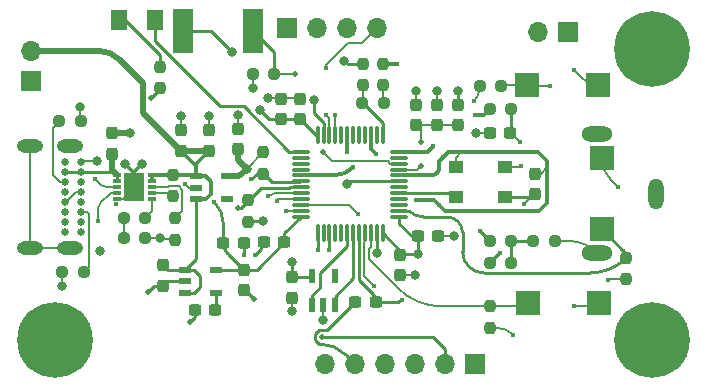
<source format=gtl>
G04 #@! TF.GenerationSoftware,KiCad,Pcbnew,(6.0.2-0)*
G04 #@! TF.CreationDate,2022-02-13T15:07:21-08:00*
G04 #@! TF.ProjectId,TimTime,54696d54-696d-4652-9e6b-696361645f70,rev?*
G04 #@! TF.SameCoordinates,Original*
G04 #@! TF.FileFunction,Copper,L1,Top*
G04 #@! TF.FilePolarity,Positive*
%FSLAX46Y46*%
G04 Gerber Fmt 4.6, Leading zero omitted, Abs format (unit mm)*
G04 Created by KiCad (PCBNEW (6.0.2-0)) date 2022-02-13 15:07:21*
%MOMM*%
%LPD*%
G01*
G04 APERTURE LIST*
G04 Aperture macros list*
%AMRoundRect*
0 Rectangle with rounded corners*
0 $1 Rounding radius*
0 $2 $3 $4 $5 $6 $7 $8 $9 X,Y pos of 4 corners*
0 Add a 4 corners polygon primitive as box body*
4,1,4,$2,$3,$4,$5,$6,$7,$8,$9,$2,$3,0*
0 Add four circle primitives for the rounded corners*
1,1,$1+$1,$2,$3*
1,1,$1+$1,$4,$5*
1,1,$1+$1,$6,$7*
1,1,$1+$1,$8,$9*
0 Add four rect primitives between the rounded corners*
20,1,$1+$1,$2,$3,$4,$5,0*
20,1,$1+$1,$4,$5,$6,$7,0*
20,1,$1+$1,$6,$7,$8,$9,0*
20,1,$1+$1,$8,$9,$2,$3,0*%
G04 Aperture macros list end*
G04 #@! TA.AperFunction,SMDPad,CuDef*
%ADD10R,1.200000X1.000000*%
G04 #@! TD*
G04 #@! TA.AperFunction,SMDPad,CuDef*
%ADD11RoundRect,0.237500X0.237500X-0.300000X0.237500X0.300000X-0.237500X0.300000X-0.237500X-0.300000X0*%
G04 #@! TD*
G04 #@! TA.AperFunction,SMDPad,CuDef*
%ADD12RoundRect,0.237500X0.300000X0.237500X-0.300000X0.237500X-0.300000X-0.237500X0.300000X-0.237500X0*%
G04 #@! TD*
G04 #@! TA.AperFunction,SMDPad,CuDef*
%ADD13RoundRect,0.237500X-0.237500X0.300000X-0.237500X-0.300000X0.237500X-0.300000X0.237500X0.300000X0*%
G04 #@! TD*
G04 #@! TA.AperFunction,SMDPad,CuDef*
%ADD14RoundRect,0.237500X-0.300000X-0.237500X0.300000X-0.237500X0.300000X0.237500X-0.300000X0.237500X0*%
G04 #@! TD*
G04 #@! TA.AperFunction,SMDPad,CuDef*
%ADD15R,1.050000X0.550000*%
G04 #@! TD*
G04 #@! TA.AperFunction,SMDPad,CuDef*
%ADD16RoundRect,0.237500X0.250000X0.237500X-0.250000X0.237500X-0.250000X-0.237500X0.250000X-0.237500X0*%
G04 #@! TD*
G04 #@! TA.AperFunction,SMDPad,CuDef*
%ADD17RoundRect,0.237500X-0.250000X-0.237500X0.250000X-0.237500X0.250000X0.237500X-0.250000X0.237500X0*%
G04 #@! TD*
G04 #@! TA.AperFunction,SMDPad,CuDef*
%ADD18RoundRect,0.237500X-0.237500X0.250000X-0.237500X-0.250000X0.237500X-0.250000X0.237500X0.250000X0*%
G04 #@! TD*
G04 #@! TA.AperFunction,SMDPad,CuDef*
%ADD19RoundRect,0.237500X0.237500X-0.250000X0.237500X0.250000X-0.237500X0.250000X-0.237500X-0.250000X0*%
G04 #@! TD*
G04 #@! TA.AperFunction,SMDPad,CuDef*
%ADD20R,2.000000X2.000000*%
G04 #@! TD*
G04 #@! TA.AperFunction,SMDPad,CuDef*
%ADD21R,1.700000X3.700000*%
G04 #@! TD*
G04 #@! TA.AperFunction,ComponentPad*
%ADD22O,2.616000X1.308000*%
G04 #@! TD*
G04 #@! TA.AperFunction,ComponentPad*
%ADD23O,1.308000X2.616000*%
G04 #@! TD*
G04 #@! TA.AperFunction,SMDPad,CuDef*
%ADD24RoundRect,0.250001X-0.462499X-0.624999X0.462499X-0.624999X0.462499X0.624999X-0.462499X0.624999X0*%
G04 #@! TD*
G04 #@! TA.AperFunction,SMDPad,CuDef*
%ADD25R,0.800000X0.300000*%
G04 #@! TD*
G04 #@! TA.AperFunction,SMDPad,CuDef*
%ADD26R,1.750000X2.480000*%
G04 #@! TD*
G04 #@! TA.AperFunction,ComponentPad*
%ADD27C,0.650000*%
G04 #@! TD*
G04 #@! TA.AperFunction,ComponentPad*
%ADD28O,2.216000X1.108000*%
G04 #@! TD*
G04 #@! TA.AperFunction,ComponentPad*
%ADD29R,1.700000X1.700000*%
G04 #@! TD*
G04 #@! TA.AperFunction,ComponentPad*
%ADD30O,1.700000X1.700000*%
G04 #@! TD*
G04 #@! TA.AperFunction,SMDPad,CuDef*
%ADD31RoundRect,0.237500X0.237500X-0.287500X0.237500X0.287500X-0.237500X0.287500X-0.237500X-0.287500X0*%
G04 #@! TD*
G04 #@! TA.AperFunction,SMDPad,CuDef*
%ADD32RoundRect,0.075000X0.662500X0.075000X-0.662500X0.075000X-0.662500X-0.075000X0.662500X-0.075000X0*%
G04 #@! TD*
G04 #@! TA.AperFunction,SMDPad,CuDef*
%ADD33RoundRect,0.075000X0.075000X0.662500X-0.075000X0.662500X-0.075000X-0.662500X0.075000X-0.662500X0*%
G04 #@! TD*
G04 #@! TA.AperFunction,SMDPad,CuDef*
%ADD34R,0.590000X1.210000*%
G04 #@! TD*
G04 #@! TA.AperFunction,ComponentPad*
%ADD35C,0.800000*%
G04 #@! TD*
G04 #@! TA.AperFunction,ComponentPad*
%ADD36C,6.400000*%
G04 #@! TD*
G04 #@! TA.AperFunction,ViaPad*
%ADD37C,0.450000*%
G04 #@! TD*
G04 #@! TA.AperFunction,ViaPad*
%ADD38C,0.800000*%
G04 #@! TD*
G04 #@! TA.AperFunction,ViaPad*
%ADD39C,0.500000*%
G04 #@! TD*
G04 #@! TA.AperFunction,Conductor*
%ADD40C,0.200000*%
G04 #@! TD*
G04 #@! TA.AperFunction,Conductor*
%ADD41C,0.500000*%
G04 #@! TD*
G04 #@! TA.AperFunction,Conductor*
%ADD42C,0.300000*%
G04 #@! TD*
G04 #@! TA.AperFunction,Conductor*
%ADD43C,0.250000*%
G04 #@! TD*
G04 #@! TA.AperFunction,Conductor*
%ADD44C,0.127000*%
G04 #@! TD*
G04 APERTURE END LIST*
D10*
G04 #@! TO.P,Y1,1,AFC_OR_GND*
G04 #@! TO.N,Net-(C3-Pad1)*
X152273000Y-102937000D03*
G04 #@! TO.P,Y1,3,GND*
G04 #@! TO.N,GND*
X148113000Y-102937000D03*
G04 #@! TO.P,Y1,4,OUTPUT*
G04 #@! TO.N,TCXO*
X148113000Y-105537000D03*
G04 #@! TO.P,Y1,6,VCC*
G04 #@! TO.N,+2V8*
X152273000Y-105537000D03*
G04 #@! TD*
D11*
G04 #@! TO.P,C1,1*
G04 #@! TO.N,+2V8*
X154813000Y-105270500D03*
G04 #@! TO.P,C1,2*
G04 #@! TO.N,GND*
X154813000Y-103545500D03*
G04 #@! TD*
D12*
G04 #@! TO.P,C3,1*
G04 #@! TO.N,Net-(C3-Pad1)*
X152740500Y-100076000D03*
G04 #@! TO.P,C3,2*
G04 #@! TO.N,GND*
X151015500Y-100076000D03*
G04 #@! TD*
D11*
G04 #@! TO.P,C4,1*
G04 #@! TO.N,+2V8*
X134950200Y-98892500D03*
G04 #@! TO.P,C4,2*
G04 #@! TO.N,GND*
X134950200Y-97167500D03*
G04 #@! TD*
D12*
G04 #@! TO.P,C5,1*
G04 #@! TO.N,+3V3*
X133591500Y-109347000D03*
G04 #@! TO.P,C5,2*
G04 #@! TO.N,GND*
X131866500Y-109347000D03*
G04 #@! TD*
D11*
G04 #@! TO.P,C6,1*
G04 #@! TO.N,+2V8*
X133350000Y-98892500D03*
G04 #@! TO.P,C6,2*
G04 #@! TO.N,GND*
X133350000Y-97167500D03*
G04 #@! TD*
D13*
G04 #@! TO.P,C7,1*
G04 #@! TO.N,+2V8*
X143383000Y-110375500D03*
G04 #@! TO.P,C7,2*
G04 #@! TO.N,GND*
X143383000Y-112100500D03*
G04 #@! TD*
D14*
G04 #@! TO.P,C8,1*
G04 #@! TO.N,+2V8*
X144919500Y-108839000D03*
G04 #@! TO.P,C8,2*
G04 #@! TO.N,GND*
X146644500Y-108839000D03*
G04 #@! TD*
D11*
G04 #@! TO.P,C9,1*
G04 #@! TO.N,VAA*
X146544000Y-99414500D03*
G04 #@! TO.P,C9,2*
G04 #@! TO.N,GND*
X146544000Y-97689500D03*
G04 #@! TD*
G04 #@! TO.P,C10,1*
G04 #@! TO.N,VAA*
X144780000Y-99428500D03*
G04 #@! TO.P,C10,2*
G04 #@! TO.N,GND*
X144780000Y-97703500D03*
G04 #@! TD*
D13*
G04 #@! TO.P,C11,1*
G04 #@! TO.N,+2V8*
X134239000Y-112308500D03*
G04 #@! TO.P,C11,2*
G04 #@! TO.N,GND*
X134239000Y-114033500D03*
G04 #@! TD*
D11*
G04 #@! TO.P,C12,1*
G04 #@! TO.N,+BATT*
X124841000Y-101587500D03*
G04 #@! TO.P,C12,2*
G04 #@! TO.N,GND*
X124841000Y-99862500D03*
G04 #@! TD*
G04 #@! TO.P,C13,1*
G04 #@! TO.N,VBUS*
X118999000Y-101841500D03*
G04 #@! TO.P,C13,2*
G04 #@! TO.N,GND*
X118999000Y-100116500D03*
G04 #@! TD*
D14*
G04 #@! TO.P,C14,1*
G04 #@! TO.N,+3V3*
X128422400Y-109372400D03*
G04 #@! TO.P,C14,2*
G04 #@! TO.N,GND*
X130147400Y-109372400D03*
G04 #@! TD*
D11*
G04 #@! TO.P,C15,1*
G04 #@! TO.N,+2V8*
X129667000Y-101460500D03*
G04 #@! TO.P,C15,2*
G04 #@! TO.N,GND*
X129667000Y-99735500D03*
G04 #@! TD*
G04 #@! TO.P,C16,1*
G04 #@! TO.N,+BATT*
X127254000Y-101559500D03*
G04 #@! TO.P,C16,2*
G04 #@! TO.N,GND*
X127254000Y-99834500D03*
G04 #@! TD*
D14*
G04 #@! TO.P,C19,1*
G04 #@! TO.N,NRST*
X139600600Y-114350800D03*
G04 #@! TO.P,C19,2*
G04 #@! TO.N,GND*
X141325600Y-114350800D03*
G04 #@! TD*
D15*
G04 #@! TO.P,IC3,1,IN*
G04 #@! TO.N,+BATT*
X125192000Y-111699000D03*
G04 #@! TO.P,IC3,2,GND*
G04 #@! TO.N,GND*
X125192000Y-112649000D03*
G04 #@! TO.P,IC3,3,~{SHDN}*
G04 #@! TO.N,+BATT*
X125192000Y-113599000D03*
G04 #@! TO.P,IC3,4,BYP*
G04 #@! TO.N,Net-(C18-Pad2)*
X127792000Y-113599000D03*
G04 #@! TO.P,IC3,5,OUT*
G04 #@! TO.N,+3V3*
X127792000Y-111699000D03*
G04 #@! TD*
D16*
G04 #@! TO.P,R7,1*
G04 #@! TO.N,Net-(C3-Pad1)*
X152818500Y-98044000D03*
G04 #@! TO.P,R7,2*
G04 #@! TO.N,TCVC*
X150993500Y-98044000D03*
G04 #@! TD*
D17*
G04 #@! TO.P,R6,1*
G04 #@! TO.N,CC2*
X114544500Y-99060000D03*
G04 #@! TO.P,R6,2*
G04 #@! TO.N,GND*
X116369500Y-99060000D03*
G04 #@! TD*
D16*
G04 #@! TO.P,R5,1*
G04 #@! TO.N,CC1*
X116595500Y-111887000D03*
G04 #@! TO.P,R5,2*
G04 #@! TO.N,GND*
X114770500Y-111887000D03*
G04 #@! TD*
D18*
G04 #@! TO.P,R1,1*
G04 #@! TO.N,+BATT*
X140222000Y-94224500D03*
G04 #@! TO.P,R1,2*
G04 #@! TO.N,BATT_CHECK*
X140222000Y-96049500D03*
G04 #@! TD*
D17*
G04 #@! TO.P,R2,1*
G04 #@! TO.N,BATT_CHECK*
X140198500Y-97536000D03*
G04 #@! TO.P,R2,2*
G04 #@! TO.N,Net-(R2-Pad2)*
X142023500Y-97536000D03*
G04 #@! TD*
D19*
G04 #@! TO.P,R3,1*
G04 #@! TO.N,Net-(R2-Pad2)*
X141986000Y-96049500D03*
G04 #@! TO.P,R3,2*
G04 #@! TO.N,GND*
X141986000Y-94224500D03*
G04 #@! TD*
D18*
G04 #@! TO.P,R4,1*
G04 #@! TO.N,BTN_C*
X162560000Y-110646200D03*
G04 #@! TO.P,R4,2*
G04 #@! TO.N,GND*
X162560000Y-112471200D03*
G04 #@! TD*
D17*
G04 #@! TO.P,R9,1*
G04 #@! TO.N,TC_CON*
X154648500Y-109220000D03*
G04 #@! TO.P,R9,2*
G04 #@! TO.N,Net-(J2-Pad2)*
X156473500Y-109220000D03*
G04 #@! TD*
D16*
G04 #@! TO.P,R10,1*
G04 #@! TO.N,TC_CON*
X152790500Y-109220000D03*
G04 #@! TO.P,R10,2*
G04 #@! TO.N,TC_OUT*
X150965500Y-109220000D03*
G04 #@! TD*
D17*
G04 #@! TO.P,R11,1*
G04 #@! TO.N,TC_IN*
X150965500Y-111125000D03*
G04 #@! TO.P,R11,2*
G04 #@! TO.N,TC_CON*
X152790500Y-111125000D03*
G04 #@! TD*
D19*
G04 #@! TO.P,R12,1*
G04 #@! TO.N,+2V8*
X130556000Y-107606500D03*
G04 #@! TO.P,R12,2*
G04 #@! TO.N,STAT2*
X130556000Y-105781500D03*
G04 #@! TD*
D18*
G04 #@! TO.P,R13,1*
G04 #@! TO.N,+2V8*
X131826000Y-101689500D03*
G04 #@! TO.P,R13,2*
G04 #@! TO.N,STAT1*
X131826000Y-103514500D03*
G04 #@! TD*
D16*
G04 #@! TO.P,R14,1*
G04 #@! TO.N,BTN_A*
X151942800Y-96113600D03*
G04 #@! TO.P,R14,2*
G04 #@! TO.N,GND*
X150117800Y-96113600D03*
G04 #@! TD*
D18*
G04 #@! TO.P,R15,1*
G04 #@! TO.N,BTN_B*
X151028400Y-114761000D03*
G04 #@! TO.P,R15,2*
G04 #@! TO.N,GND*
X151028400Y-116586000D03*
G04 #@! TD*
D16*
G04 #@! TO.P,R16,1*
G04 #@! TO.N,Net-(IC1-Pad6)*
X121802500Y-107315000D03*
G04 #@! TO.P,R16,2*
G04 #@! TO.N,Net-(R16-Pad2)*
X119977500Y-107315000D03*
G04 #@! TD*
D18*
G04 #@! TO.P,R17,1*
G04 #@! TO.N,+BATT*
X124206000Y-103594500D03*
G04 #@! TO.P,R17,2*
G04 #@! TO.N,Net-(IC1-Pad7)*
X124206000Y-105419500D03*
G04 #@! TD*
G04 #@! TO.P,R18,1*
G04 #@! TO.N,Net-(IC1-Pad8)*
X124333000Y-107277500D03*
G04 #@! TO.P,R18,2*
G04 #@! TO.N,GND*
X124333000Y-109102500D03*
G04 #@! TD*
D16*
G04 #@! TO.P,R19,1*
G04 #@! TO.N,BTN_PWR*
X132752500Y-95123000D03*
G04 #@! TO.P,R19,2*
G04 #@! TO.N,GND*
X130927500Y-95123000D03*
G04 #@! TD*
D17*
G04 #@! TO.P,R20,1*
G04 #@! TO.N,Net-(R16-Pad2)*
X120005500Y-108966000D03*
G04 #@! TO.P,R20,2*
G04 #@! TO.N,GND*
X121830500Y-108966000D03*
G04 #@! TD*
D18*
G04 #@! TO.P,R8,1*
G04 #@! TO.N,Net-(D1-Pad1)*
X123063000Y-94478500D03*
G04 #@! TO.P,R8,2*
G04 #@! TO.N,GND*
X123063000Y-96303500D03*
G04 #@! TD*
D20*
G04 #@! TO.P,S2,1,COM*
G04 #@! TO.N,BTN_A*
X154178000Y-96012000D03*
G04 #@! TO.P,S2,2,NO*
G04 #@! TO.N,+2V8*
X160178000Y-96012000D03*
G04 #@! TD*
G04 #@! TO.P,S1,1,COM*
G04 #@! TO.N,BTN_C*
X160477200Y-108204000D03*
G04 #@! TO.P,S1,2,NO*
G04 #@! TO.N,+2V8*
X160477200Y-102204000D03*
G04 #@! TD*
G04 #@! TO.P,S4,1,COM*
G04 #@! TO.N,BTN_B*
X154223200Y-114503200D03*
G04 #@! TO.P,S4,2,NO*
G04 #@! TO.N,+2V8*
X160223200Y-114503200D03*
G04 #@! TD*
D21*
G04 #@! TO.P,S3,1,COM*
G04 #@! TO.N,BTN_PWR*
X130937000Y-91440000D03*
G04 #@! TO.P,S3,2,N.O.*
G04 #@! TO.N,+2V8*
X125037000Y-91440000D03*
G04 #@! TD*
D22*
G04 #@! TO.P,J2,3*
G04 #@! TO.N,unconnected-(J2-Pad3)*
X160049200Y-100203000D03*
G04 #@! TO.P,J2,2*
G04 #@! TO.N,Net-(J2-Pad2)*
X160049200Y-110203000D03*
D23*
G04 #@! TO.P,J2,1*
G04 #@! TO.N,GND*
X165049200Y-105203000D03*
G04 #@! TD*
D24*
G04 #@! TO.P,D1,1,K*
G04 #@! TO.N,Net-(D1-Pad1)*
X119634000Y-90551000D03*
G04 #@! TO.P,D1,2,A*
G04 #@! TO.N,LED_STATUS*
X122609000Y-90551000D03*
G04 #@! TD*
D25*
G04 #@! TO.P,IC1,1,VDD_1*
G04 #@! TO.N,VBUS*
X119404000Y-103648000D03*
G04 #@! TO.P,IC1,2,VDD_2*
X119404000Y-104148000D03*
G04 #@! TO.P,IC1,3,STAT1*
G04 #@! TO.N,STAT1*
X119404000Y-104648000D03*
G04 #@! TO.P,IC1,4,STAT2*
G04 #@! TO.N,STAT2*
X119404000Y-105148000D03*
G04 #@! TO.P,IC1,5,VSS*
G04 #@! TO.N,GND*
X119404000Y-105648000D03*
G04 #@! TO.P,IC1,6,PROG*
G04 #@! TO.N,Net-(IC1-Pad6)*
X122404000Y-105648000D03*
G04 #@! TO.P,IC1,7,~{PG(TE})*
G04 #@! TO.N,Net-(IC1-Pad7)*
X122404000Y-105148000D03*
G04 #@! TO.P,IC1,8,THERM*
G04 #@! TO.N,Net-(IC1-Pad8)*
X122404000Y-104648000D03*
G04 #@! TO.P,IC1,9,VBAT_1*
G04 #@! TO.N,+BATT*
X122404000Y-104148000D03*
G04 #@! TO.P,IC1,10,VBAT_2*
X122404000Y-103648000D03*
D26*
G04 #@! TO.P,IC1,11,GND*
G04 #@! TO.N,GND*
X120904000Y-104648000D03*
G04 #@! TD*
D15*
G04 #@! TO.P,IC2,1,IN*
G04 #@! TO.N,+BATT*
X126111000Y-103759000D03*
G04 #@! TO.P,IC2,2,GND*
G04 #@! TO.N,GND*
X126111000Y-104709000D03*
G04 #@! TO.P,IC2,3,~{SHDN}*
G04 #@! TO.N,+BATT*
X126111000Y-105659000D03*
G04 #@! TO.P,IC2,4,BYP*
G04 #@! TO.N,unconnected-(IC2-Pad4)*
X128711000Y-105659000D03*
G04 #@! TO.P,IC2,5,OUT*
G04 #@! TO.N,+2V8*
X128711000Y-103759000D03*
G04 #@! TD*
D27*
G04 #@! TO.P,J1,A1,GND*
G04 #@! TO.N,GND*
X116412000Y-108458000D03*
G04 #@! TO.P,J1,A4,VBUS*
G04 #@! TO.N,VBUS*
X116412000Y-107608000D03*
G04 #@! TO.P,J1,A5,CC1*
G04 #@! TO.N,CC1*
X116412000Y-106758000D03*
G04 #@! TO.P,J1,A6,DP1*
G04 #@! TO.N,USB_D+*
X116412000Y-105908000D03*
G04 #@! TO.P,J1,A7,DN1*
G04 #@! TO.N,USB_D-*
X116412000Y-105058000D03*
G04 #@! TO.P,J1,A8,SBU1*
G04 #@! TO.N,unconnected-(J1-PadA8)*
X116412000Y-104208000D03*
G04 #@! TO.P,J1,A9,VBUS*
G04 #@! TO.N,VBUS*
X116412000Y-103358000D03*
G04 #@! TO.P,J1,A12,GND*
G04 #@! TO.N,GND*
X116412000Y-102508000D03*
G04 #@! TO.P,J1,B1,GND*
X115062000Y-102508000D03*
G04 #@! TO.P,J1,B4,VBUS*
G04 #@! TO.N,VBUS*
X115062000Y-103358000D03*
G04 #@! TO.P,J1,B5,CC2*
G04 #@! TO.N,CC2*
X115062000Y-104208000D03*
G04 #@! TO.P,J1,B6,DP2*
G04 #@! TO.N,USB_D+*
X115062000Y-105058000D03*
G04 #@! TO.P,J1,B7,DN2*
G04 #@! TO.N,USB_D-*
X115062000Y-105908000D03*
G04 #@! TO.P,J1,B8,SBU2*
G04 #@! TO.N,unconnected-(J1-PadB8)*
X115062000Y-106758000D03*
G04 #@! TO.P,J1,B9,VBUS*
G04 #@! TO.N,VBUS*
X115062000Y-107608000D03*
G04 #@! TO.P,J1,B12,GND*
G04 #@! TO.N,GND*
X115062000Y-108458000D03*
D28*
G04 #@! TO.P,J1,P1,SHELL*
G04 #@! TO.N,Net-(J1-PadP1)*
X115432000Y-109808000D03*
G04 #@! TO.P,J1,P2,SHELL*
X115432000Y-101158000D03*
G04 #@! TO.P,J1,P3,SHELL*
X112052000Y-101158000D03*
G04 #@! TO.P,J1,P4,SHELL*
X112052000Y-109808000D03*
G04 #@! TD*
D29*
G04 #@! TO.P,J3,1,Pin_1*
G04 #@! TO.N,GND*
X133858000Y-91186000D03*
D30*
G04 #@! TO.P,J3,2,Pin_2*
G04 #@! TO.N,+2V8*
X136398000Y-91186000D03*
G04 #@! TO.P,J3,3,Pin_3*
G04 #@! TO.N,MON_SCL*
X138938000Y-91186000D03*
G04 #@! TO.P,J3,4,Pin_4*
G04 #@! TO.N,MON_SDA*
X141478000Y-91186000D03*
G04 #@! TD*
D29*
G04 #@! TO.P,J4,1,Pin_1*
G04 #@! TO.N,+2V8*
X149733000Y-119634000D03*
D30*
G04 #@! TO.P,J4,2,Pin_2*
G04 #@! TO.N,SWCLK*
X147193000Y-119634000D03*
G04 #@! TO.P,J4,3,Pin_3*
G04 #@! TO.N,GND*
X144653000Y-119634000D03*
G04 #@! TO.P,J4,4,Pin_4*
G04 #@! TO.N,SWDIO*
X142113000Y-119634000D03*
G04 #@! TO.P,J4,5,Pin_5*
G04 #@! TO.N,NRST*
X139573000Y-119634000D03*
G04 #@! TO.P,J4,6,Pin_6*
G04 #@! TO.N,SWO*
X137033000Y-119634000D03*
G04 #@! TD*
G04 #@! TO.P,J5,2,Pin_2*
G04 #@! TO.N,+BATT*
X112166400Y-93116400D03*
D29*
G04 #@! TO.P,J5,1,Pin_1*
G04 #@! TO.N,GND*
X112166400Y-95656400D03*
G04 #@! TD*
D30*
G04 #@! TO.P,J6,2,Pin_2*
G04 #@! TO.N,OSC*
X155067000Y-91567000D03*
D29*
G04 #@! TO.P,J6,1,Pin_1*
G04 #@! TO.N,GND*
X157607000Y-91567000D03*
G04 #@! TD*
D31*
G04 #@! TO.P,L1,1*
G04 #@! TO.N,VAA*
X148336000Y-99441000D03*
G04 #@! TO.P,L1,2*
G04 #@! TO.N,+2V8*
X148336000Y-97691000D03*
G04 #@! TD*
D32*
G04 #@! TO.P,U1,1,VBAT*
G04 #@! TO.N,+2V8*
X143326000Y-107172500D03*
G04 #@! TO.P,U1,2,PC13*
G04 #@! TO.N,BTN_C*
X143326000Y-106672500D03*
G04 #@! TO.P,U1,3,PC14*
G04 #@! TO.N,unconnected-(U1-Pad3)*
X143326000Y-106172500D03*
G04 #@! TO.P,U1,4,PC15*
G04 #@! TO.N,unconnected-(U1-Pad4)*
X143326000Y-105672500D03*
G04 #@! TO.P,U1,5,PH0*
G04 #@! TO.N,TCXO*
X143326000Y-105172500D03*
G04 #@! TO.P,U1,6,PH1*
G04 #@! TO.N,unconnected-(U1-Pad6)*
X143326000Y-104672500D03*
G04 #@! TO.P,U1,7,NRST*
G04 #@! TO.N,NRST*
X143326000Y-104172500D03*
G04 #@! TO.P,U1,8,VSSA*
G04 #@! TO.N,GND*
X143326000Y-103672500D03*
G04 #@! TO.P,U1,9,VDDA*
G04 #@! TO.N,VAA*
X143326000Y-103172500D03*
G04 #@! TO.P,U1,10,PA0*
G04 #@! TO.N,BTN_PWR*
X143326000Y-102672500D03*
G04 #@! TO.P,U1,11,PA1*
G04 #@! TO.N,unconnected-(U1-Pad11)*
X143326000Y-102172500D03*
G04 #@! TO.P,U1,12,PA2*
G04 #@! TO.N,TC_IN*
X143326000Y-101672500D03*
D33*
G04 #@! TO.P,U1,13,PA3*
G04 #@! TO.N,BATT_CHECK*
X141913500Y-100260000D03*
G04 #@! TO.P,U1,14,PA4*
G04 #@! TO.N,unconnected-(U1-Pad14)*
X141413500Y-100260000D03*
G04 #@! TO.P,U1,15,PA5*
G04 #@! TO.N,TCVC*
X140913500Y-100260000D03*
G04 #@! TO.P,U1,16,PA6*
G04 #@! TO.N,unconnected-(U1-Pad16)*
X140413500Y-100260000D03*
G04 #@! TO.P,U1,17,PA7*
G04 #@! TO.N,unconnected-(U1-Pad17)*
X139913500Y-100260000D03*
G04 #@! TO.P,U1,18,PB0*
G04 #@! TO.N,unconnected-(U1-Pad18)*
X139413500Y-100260000D03*
G04 #@! TO.P,U1,19,PB1*
G04 #@! TO.N,TC_OUT*
X138913500Y-100260000D03*
G04 #@! TO.P,U1,20,PB2*
G04 #@! TO.N,unconnected-(U1-Pad20)*
X138413500Y-100260000D03*
G04 #@! TO.P,U1,21,PB10*
G04 #@! TO.N,MON_SCL*
X137913500Y-100260000D03*
G04 #@! TO.P,U1,22,PB11*
G04 #@! TO.N,MON_SDA*
X137413500Y-100260000D03*
G04 #@! TO.P,U1,23,VSS*
G04 #@! TO.N,GND*
X136913500Y-100260000D03*
G04 #@! TO.P,U1,24,VDD*
G04 #@! TO.N,+2V8*
X136413500Y-100260000D03*
D32*
G04 #@! TO.P,U1,25,PB12*
G04 #@! TO.N,LED_STATUS*
X135001000Y-101672500D03*
G04 #@! TO.P,U1,26,PB13*
G04 #@! TO.N,unconnected-(U1-Pad26)*
X135001000Y-102172500D03*
G04 #@! TO.P,U1,27,PB14*
G04 #@! TO.N,unconnected-(U1-Pad27)*
X135001000Y-102672500D03*
G04 #@! TO.P,U1,28,PB15*
G04 #@! TO.N,unconnected-(U1-Pad28)*
X135001000Y-103172500D03*
G04 #@! TO.P,U1,29,PA8*
G04 #@! TO.N,OSC*
X135001000Y-103672500D03*
G04 #@! TO.P,U1,30,PA9*
G04 #@! TO.N,STAT1*
X135001000Y-104172500D03*
G04 #@! TO.P,U1,31,PA10*
G04 #@! TO.N,STAT2*
X135001000Y-104672500D03*
G04 #@! TO.P,U1,32,PA11*
G04 #@! TO.N,USB_D-*
X135001000Y-105172500D03*
G04 #@! TO.P,U1,33,PA12*
G04 #@! TO.N,USB_D+*
X135001000Y-105672500D03*
G04 #@! TO.P,U1,34,PA13*
G04 #@! TO.N,SWDIO*
X135001000Y-106172500D03*
G04 #@! TO.P,U1,35,VSS*
G04 #@! TO.N,GND*
X135001000Y-106672500D03*
G04 #@! TO.P,U1,36,VDDUSB*
G04 #@! TO.N,+3V3*
X135001000Y-107172500D03*
D33*
G04 #@! TO.P,U1,37,PA14*
G04 #@! TO.N,SWCLK*
X136413500Y-108585000D03*
G04 #@! TO.P,U1,38,PA15*
G04 #@! TO.N,unconnected-(U1-Pad38)*
X136913500Y-108585000D03*
G04 #@! TO.P,U1,39,PB3*
G04 #@! TO.N,SWO*
X137413500Y-108585000D03*
G04 #@! TO.P,U1,40,PB4*
G04 #@! TO.N,unconnected-(U1-Pad40)*
X137913500Y-108585000D03*
G04 #@! TO.P,U1,41,PB5*
G04 #@! TO.N,unconnected-(U1-Pad41)*
X138413500Y-108585000D03*
G04 #@! TO.P,U1,42,PB6*
G04 #@! TO.N,MEM_SCL*
X138913500Y-108585000D03*
G04 #@! TO.P,U1,43,PB7*
G04 #@! TO.N,MEM_SDA*
X139413500Y-108585000D03*
G04 #@! TO.P,U1,44,PH3*
G04 #@! TO.N,GND*
X139913500Y-108585000D03*
G04 #@! TO.P,U1,45,PB8*
G04 #@! TO.N,BTN_A*
X140413500Y-108585000D03*
G04 #@! TO.P,U1,46,PB9*
G04 #@! TO.N,BTN_B*
X140913500Y-108585000D03*
G04 #@! TO.P,U1,47,VSS*
G04 #@! TO.N,GND*
X141413500Y-108585000D03*
G04 #@! TO.P,U1,48,VDD*
G04 #@! TO.N,+2V8*
X141913500Y-108585000D03*
G04 #@! TD*
D34*
G04 #@! TO.P,U2,1,SCL*
G04 #@! TO.N,MEM_SCL*
X135956000Y-114681000D03*
G04 #@! TO.P,U2,2,VSS*
G04 #@! TO.N,GND*
X136906000Y-114681000D03*
G04 #@! TO.P,U2,3,SDA*
G04 #@! TO.N,MEM_SDA*
X137856000Y-114681000D03*
G04 #@! TO.P,U2,4,NC*
G04 #@! TO.N,unconnected-(U2-Pad4)*
X137856000Y-112171000D03*
G04 #@! TO.P,U2,5,VCC*
G04 #@! TO.N,+2V8*
X135956000Y-112171000D03*
G04 #@! TD*
D13*
G04 #@! TO.P,C2,1*
G04 #@! TO.N,+BATT*
X123317000Y-111278500D03*
G04 #@! TO.P,C2,2*
G04 #@! TO.N,GND*
X123317000Y-113003500D03*
G04 #@! TD*
G04 #@! TO.P,C17,2*
G04 #@! TO.N,GND*
X130175000Y-113411000D03*
G04 #@! TO.P,C17,1*
G04 #@! TO.N,+3V3*
X130175000Y-111686000D03*
G04 #@! TD*
D14*
G04 #@! TO.P,C18,1*
G04 #@! TO.N,GND*
X126037000Y-115062000D03*
G04 #@! TO.P,C18,2*
G04 #@! TO.N,Net-(C18-Pad2)*
X127762000Y-115062000D03*
G04 #@! TD*
D35*
G04 #@! TO.P,H2,1,1*
G04 #@! TO.N,GND*
X166416056Y-91266944D03*
X164719000Y-90564000D03*
X163021944Y-91266944D03*
X162319000Y-92964000D03*
X163021944Y-94661056D03*
X164719000Y-95364000D03*
X166416056Y-94661056D03*
X167119000Y-92964000D03*
D36*
X164719000Y-92964000D03*
G04 #@! TD*
G04 #@! TO.P,H3,1,1*
G04 #@! TO.N,GND*
X164719000Y-117602000D03*
D35*
X167119000Y-117602000D03*
X166416056Y-119299056D03*
X164719000Y-120002000D03*
X163021944Y-119299056D03*
X162319000Y-117602000D03*
X163021944Y-115904944D03*
X164719000Y-115202000D03*
X166416056Y-115904944D03*
G04 #@! TD*
G04 #@! TO.P,H4,1,1*
G04 #@! TO.N,GND*
X115870056Y-115904944D03*
X114173000Y-115202000D03*
X112475944Y-115904944D03*
X111773000Y-117602000D03*
X112475944Y-119299056D03*
X114173000Y-120002000D03*
X115870056Y-119299056D03*
X116573000Y-117602000D03*
D36*
X114173000Y-117602000D03*
G04 #@! TD*
D37*
G04 #@! TO.N,GND*
X149656800Y-97383600D03*
X119380000Y-106121200D03*
G04 #@! TO.N,OSC*
X139446000Y-102971600D03*
G04 #@! TO.N,TC_OUT*
X138871500Y-101650800D03*
X150164800Y-108356400D03*
G04 #@! TO.N,STAT2*
X117805200Y-107492800D03*
G04 #@! TO.N,STAT1*
X117551200Y-103936800D03*
G04 #@! TO.N,GND*
X160985200Y-112522000D03*
G04 #@! TO.N,+2V8*
X161848800Y-104648000D03*
X158089600Y-94742000D03*
G04 #@! TO.N,BTN_A*
X156108400Y-96113600D03*
G04 #@! TO.N,GND*
X152958800Y-117144800D03*
G04 #@! TO.N,+2V8*
X158089600Y-114757200D03*
G04 #@! TO.N,GND*
X143560800Y-114249200D03*
X130149600Y-110388400D03*
G04 #@! TO.N,USB_D-*
X132237076Y-105399814D03*
G04 #@! TO.N,USB_D+*
X132938967Y-105795380D03*
G04 #@! TO.N,GND*
X131114800Y-110439200D03*
G04 #@! TO.N,+3V3*
X127660400Y-105918000D03*
D38*
G04 #@! TO.N,+2V8*
X131572000Y-98171000D03*
X148336000Y-96520000D03*
X134239000Y-110998000D03*
X130429000Y-103124000D03*
X131826000Y-107569000D03*
X144907000Y-110363000D03*
D37*
X153924000Y-106105000D03*
D38*
X129159000Y-93255000D03*
G04 #@! TO.N,GND*
X147955000Y-108839000D03*
X144653000Y-112141000D03*
X136906000Y-115951000D03*
X134239000Y-115189000D03*
X123063000Y-108966000D03*
X116332000Y-97917000D03*
X114808000Y-113030000D03*
X124841000Y-98679000D03*
X127254000Y-98679000D03*
X129667000Y-98552000D03*
X130937000Y-96266000D03*
X132207000Y-97155000D03*
X146558000Y-96520000D03*
X144780000Y-96520000D03*
X149860000Y-100076000D03*
X117729000Y-102489000D03*
D37*
X125222000Y-104394000D03*
D38*
X141478000Y-110236000D03*
X136144000Y-97282000D03*
D37*
X146494500Y-103441500D03*
X147066000Y-102108000D03*
X148590000Y-101727000D03*
X150495000Y-101727000D03*
X152527000Y-101727000D03*
X154432000Y-101727000D03*
X155829000Y-102997000D03*
X155829000Y-104394000D03*
X155829000Y-105664000D03*
X154432000Y-106680000D03*
X153035000Y-106680000D03*
X151257000Y-106680000D03*
X149352000Y-106680000D03*
X147828000Y-106680000D03*
X145796000Y-105791000D03*
X146685000Y-106172000D03*
X145161000Y-103672500D03*
X144780000Y-105791000D03*
D38*
X120523000Y-100076000D03*
D37*
X133731000Y-106680000D03*
X143129000Y-94234000D03*
D38*
X121539000Y-102743000D03*
X120142000Y-102743000D03*
X117983000Y-110109000D03*
D39*
X131064000Y-114173000D03*
X125603000Y-116078000D03*
X122047000Y-113538000D03*
X122301000Y-97155000D03*
D37*
G04 #@! TO.N,MON_SCL*
X137922000Y-98552000D03*
G04 #@! TO.N,MON_SDA*
X137160000Y-98552000D03*
X137160000Y-94615000D03*
G04 #@! TO.N,Net-(C3-Pad1)*
X153670000Y-102870000D03*
X153515000Y-100838000D03*
D39*
G04 #@! TO.N,VAA*
X145161000Y-102870000D03*
X145161000Y-100838000D03*
D38*
G04 #@! TO.N,+BATT*
X138684000Y-93980000D03*
D37*
G04 #@! TO.N,STAT1*
X130810000Y-104013000D03*
D39*
G04 #@! TO.N,STAT2*
X129667000Y-106426000D03*
G04 #@! TO.N,SWCLK*
X136779000Y-117348000D03*
D37*
X136413500Y-109966500D03*
G04 #@! TO.N,SWDIO*
X139827000Y-106934000D03*
D38*
G04 #@! TO.N,NRST*
X138938000Y-104394000D03*
D37*
G04 #@! TO.N,SWO*
X137413500Y-109982500D03*
G04 #@! TO.N,TCVC*
X149733000Y-98552000D03*
X141351000Y-101854000D03*
G04 #@! TO.N,TC_IN*
X146177000Y-101219000D03*
X151892000Y-110236000D03*
G04 #@! TO.N,BTN_A*
X141224000Y-113030000D03*
D39*
G04 #@! TO.N,BTN_PWR*
X136906000Y-101727000D03*
X134493000Y-95123000D03*
G04 #@! TD*
D40*
G04 #@! TO.N,GND*
X149656800Y-97383600D02*
G75*
G03*
X150117800Y-96270648I-1112953J1112953D01*
G01*
X150117800Y-96113600D02*
X150117800Y-96270648D01*
G04 #@! TO.N,Net-(J2-Pad2)*
X160049200Y-110203000D02*
G75*
G03*
X157676029Y-109220000I-2373174J-2373176D01*
G01*
X156473500Y-109220000D02*
X157676029Y-109220000D01*
D41*
G04 #@! TO.N,+BATT*
X112166400Y-93116400D02*
X117855691Y-93116400D01*
X119634000Y-93853000D02*
G75*
G03*
X117855691Y-93116400I-1778308J-1778307D01*
G01*
D40*
G04 #@! TO.N,BTN_PWR*
X136906000Y-101727000D02*
X137626089Y-102447089D01*
X142333438Y-102447089D02*
X142558849Y-102672500D01*
X142558849Y-102672500D02*
X143326000Y-102672500D01*
X137626089Y-102447089D02*
X142333438Y-102447089D01*
D42*
G04 #@! TO.N,OSC*
X135001000Y-103672500D02*
X137753878Y-103672500D01*
X139446000Y-102971600D02*
G75*
G02*
X137753878Y-103672500I-1692122J1692121D01*
G01*
G04 #@! TO.N,TC_OUT*
X138871500Y-101650800D02*
G75*
G03*
X138913500Y-101549404I-101402J101399D01*
G01*
X138913500Y-100260000D02*
X138913500Y-101549404D01*
X150164800Y-108356400D02*
X150921022Y-109112622D01*
X150965500Y-109220000D02*
G75*
G03*
X150921022Y-109112622I-151858J-2D01*
G01*
D40*
X150663924Y-108918423D02*
X150965500Y-109220000D01*
G04 #@! TO.N,STAT2*
X117805200Y-106474247D02*
G75*
G02*
X117983000Y-106045000I607049J-1D01*
G01*
X117805200Y-106474247D02*
X117805200Y-107492800D01*
G04 #@! TO.N,STAT1*
X118100756Y-104486355D02*
X117551200Y-103936800D01*
X118100756Y-104486355D02*
G75*
G03*
X118491000Y-104648000I390243J390238D01*
G01*
G04 #@! TO.N,GND*
X160985200Y-112522000D02*
G75*
G02*
X161107842Y-112471200I122640J-122638D01*
G01*
X162560000Y-112471200D02*
X161107842Y-112471200D01*
G04 #@! TO.N,+2V8*
X161235501Y-104034702D02*
X161848800Y-104648000D01*
X161235501Y-104034702D02*
G75*
G02*
X160477200Y-102204000I1830703J1830701D01*
G01*
X158780904Y-95433304D02*
X158089600Y-94742000D01*
X158780904Y-95433304D02*
G75*
G03*
X160178000Y-96012000I1397095J1397094D01*
G01*
D43*
G04 #@! TO.N,BTN_C*
X159472680Y-111925010D02*
G75*
G03*
X162560000Y-110646200I0J4366129D01*
G01*
X148680001Y-110122511D02*
G75*
G03*
X150482500Y-111925010I1802500J1D01*
G01*
X148680001Y-110122511D02*
X148680001Y-108490999D01*
X147377002Y-107188000D02*
X145373729Y-107188000D01*
X147377002Y-107188000D02*
G75*
G02*
X148680001Y-108490999I-1J-1303000D01*
G01*
X144129202Y-106672500D02*
G75*
G03*
X145373729Y-107188000I1244527J1244527D01*
G01*
X159472680Y-111925010D02*
X150482500Y-111925010D01*
X144129202Y-106672500D02*
X143326000Y-106672500D01*
X162305866Y-110032666D02*
G75*
G02*
X162560000Y-110646200I-613532J-613533D01*
G01*
X162305866Y-110032666D02*
X160477200Y-108204000D01*
D40*
G04 #@! TO.N,BTN_A*
X154178000Y-96012000D02*
X152044400Y-96012000D01*
X151942800Y-96113600D02*
G75*
G02*
X152044400Y-96012000I101600J0D01*
G01*
X156108400Y-96113600D02*
X154279600Y-96113600D01*
X154178000Y-96012000D02*
G75*
G03*
X154279600Y-96113600I101600J0D01*
G01*
G04 #@! TO.N,GND*
X152958800Y-117144800D02*
G75*
G03*
X151609738Y-116586000I-1349065J-1349069D01*
G01*
X151028400Y-116586000D02*
X151609738Y-116586000D01*
G04 #@! TO.N,+2V8*
X159609990Y-114757200D02*
X158089600Y-114757200D01*
X159609990Y-114757200D02*
G75*
G03*
X160223200Y-114503200I2J867204D01*
G01*
G04 #@! TO.N,BTN_B*
X151028400Y-114761000D02*
X153600816Y-114761000D01*
X154223200Y-114503200D02*
G75*
G02*
X153600816Y-114761000I-622383J622382D01*
G01*
X140752999Y-110768155D02*
X143186222Y-113201378D01*
X143186222Y-113201378D02*
X143395844Y-113411000D01*
X151028400Y-114761000D02*
X146951482Y-114761000D01*
X143186222Y-113201378D02*
G75*
G03*
X146951482Y-114761000I3765262J3765264D01*
G01*
D43*
G04 #@! TO.N,NRST*
X139600600Y-114350800D02*
X137177911Y-116773489D01*
X137177911Y-116773489D02*
X136541029Y-116773489D01*
X138795233Y-118856233D02*
X139573000Y-119634000D01*
X136541029Y-116773489D02*
X136204489Y-117110029D01*
X136204489Y-117110029D02*
X136204489Y-117585971D01*
X136204489Y-117585971D02*
X136541029Y-117922511D01*
X138795233Y-118856233D02*
G75*
G03*
X136541029Y-117922511I-2254203J-2254201D01*
G01*
G04 #@! TO.N,GND*
X139913500Y-108585000D02*
X139913500Y-112496627D01*
X139913500Y-112496627D02*
X141013006Y-113596133D01*
X141325599Y-114350800D02*
G75*
G03*
X141013005Y-113596134I-1067263J-2D01*
G01*
X143560800Y-114249200D02*
G75*
G02*
X143315516Y-114350800I-245284J245283D01*
G01*
X141325600Y-114350800D02*
X143315516Y-114350800D01*
G04 #@! TO.N,+3V3*
X128819087Y-110330087D02*
G75*
G02*
X128422400Y-109372400I957694J957690D01*
G01*
X128819087Y-110330087D02*
X130175000Y-111686000D01*
G04 #@! TO.N,GND*
X130149600Y-110388400D02*
G75*
G02*
X130147400Y-110383089I5315J5313D01*
G01*
X130147400Y-109372400D02*
X130147400Y-110383089D01*
G04 #@! TO.N,+3V3*
X128422400Y-109372400D02*
X128422400Y-107757630D01*
X127660400Y-105918000D02*
G75*
G02*
X128422400Y-107757630I-1839623J-1839628D01*
G01*
D40*
G04 #@! TO.N,USB_D-*
X132725507Y-105197500D02*
G75*
G03*
X132237077Y-105399815I0J-690745D01*
G01*
X134976001Y-105197499D02*
X133188299Y-105197499D01*
X133188299Y-105197499D02*
X132795092Y-105197499D01*
X132725507Y-105197499D02*
X133188299Y-105197499D01*
D43*
G04 #@! TO.N,GND*
X131625730Y-109928270D02*
X131114800Y-110439200D01*
X131625730Y-109928270D02*
G75*
G03*
X131866500Y-109347000I-581269J581270D01*
G01*
D40*
G04 #@! TO.N,USB_D+*
X135001000Y-105672500D02*
X134976001Y-105647501D01*
X132981488Y-105647501D02*
X132886288Y-105742701D01*
X134976001Y-105647501D02*
X132981488Y-105647501D01*
X132886288Y-105742701D02*
X132886288Y-105919478D01*
G04 #@! TO.N,USB_D-*
X135001000Y-105172500D02*
X134976001Y-105197499D01*
D43*
G04 #@! TO.N,+2V8*
X152273000Y-105537000D02*
X154813000Y-105537000D01*
X143326000Y-107783000D02*
X143326000Y-107172500D01*
X144382000Y-108839000D02*
X143326000Y-107783000D01*
X144907000Y-108839000D02*
X144382000Y-108839000D01*
X143383000Y-110054500D02*
X141913500Y-108585000D01*
X143383000Y-110363000D02*
X143383000Y-110054500D01*
X136305200Y-100260000D02*
X134950200Y-98905000D01*
X133350000Y-98905000D02*
X134950200Y-98905000D01*
X132306000Y-98905000D02*
X131572000Y-98171000D01*
X133350000Y-98905000D02*
X132306000Y-98905000D01*
X148336000Y-97691000D02*
X148336000Y-96520000D01*
X134239000Y-112296000D02*
X134239000Y-110998000D01*
X135831000Y-112296000D02*
X135956000Y-112171000D01*
X134239000Y-112296000D02*
X135831000Y-112296000D01*
D41*
X129794000Y-103759000D02*
X130429000Y-103124000D01*
X128711000Y-103759000D02*
X129794000Y-103759000D01*
X129667000Y-102362000D02*
X130429000Y-103124000D01*
X129667000Y-101473000D02*
X129667000Y-102362000D01*
D43*
X130556000Y-107569000D02*
X131826000Y-107569000D01*
X144907000Y-108839000D02*
X144907000Y-110363000D01*
X143383000Y-110363000D02*
X144907000Y-110363000D01*
D40*
X154492000Y-105537000D02*
X153924000Y-106105000D01*
X154813000Y-105537000D02*
X154492000Y-105537000D01*
X131826000Y-101727000D02*
X130429000Y-103124000D01*
D43*
X127344000Y-91440000D02*
X129159000Y-93255000D01*
X125037000Y-91440000D02*
X127344000Y-91440000D01*
D40*
G04 #@! TO.N,GND*
X134239000Y-114046000D02*
X134239000Y-115189000D01*
X136906000Y-114681000D02*
X136906000Y-115951000D01*
X144625000Y-112113000D02*
X144653000Y-112141000D01*
X143383000Y-112113000D02*
X144625000Y-112113000D01*
X146657000Y-108839000D02*
X147955000Y-108839000D01*
X151003000Y-100076000D02*
X149860000Y-100076000D01*
X146544000Y-96534000D02*
X146558000Y-96520000D01*
X146544000Y-97677000D02*
X146544000Y-96534000D01*
X144780000Y-97691000D02*
X144780000Y-96520000D01*
X134950200Y-97155000D02*
X133350000Y-97155000D01*
X133350000Y-97155000D02*
X132207000Y-97155000D01*
X130965000Y-95123000D02*
X130965000Y-96238000D01*
X129667000Y-99723000D02*
X129667000Y-98552000D01*
X127254000Y-99822000D02*
X127254000Y-98679000D01*
X124841000Y-99850000D02*
X124841000Y-98679000D01*
X116332000Y-99060000D02*
X116332000Y-97917000D01*
X121793000Y-108966000D02*
X123063000Y-108966000D01*
X123162000Y-109065000D02*
X123063000Y-108966000D01*
X124333000Y-109065000D02*
X123162000Y-109065000D01*
X116431000Y-102489000D02*
X116412000Y-102508000D01*
X117729000Y-102489000D02*
X116431000Y-102489000D01*
X119904000Y-105648000D02*
X120904000Y-104648000D01*
X119404000Y-105648000D02*
X119904000Y-105648000D01*
X125537000Y-104709000D02*
X125222000Y-104394000D01*
X126111000Y-104709000D02*
X125537000Y-104709000D01*
D43*
X141413500Y-110171500D02*
X141478000Y-110236000D01*
X141413500Y-108585000D02*
X141413500Y-110171500D01*
X136913500Y-100260000D02*
X136913500Y-99194500D01*
X136144000Y-98425000D02*
X136144000Y-97282000D01*
X136913500Y-99194500D02*
X136144000Y-98425000D01*
D42*
X143326000Y-103672500D02*
X145374500Y-103672500D01*
X146263500Y-103672500D02*
X146494500Y-103441500D01*
X146685000Y-103251000D02*
X146685000Y-102489000D01*
X146685000Y-102489000D02*
X147002500Y-102171500D01*
X147447000Y-101727000D02*
X147574000Y-101727000D01*
X155067000Y-101727000D02*
X155829000Y-102489000D01*
X155829000Y-102489000D02*
X155829000Y-102997000D01*
X155829000Y-106045000D02*
X155194000Y-106680000D01*
X155194000Y-106680000D02*
X154432000Y-106680000D01*
X147193000Y-106680000D02*
X146685000Y-106172000D01*
X146431000Y-105918000D02*
X146304000Y-105791000D01*
X146304000Y-105791000D02*
X145669000Y-105791000D01*
X145374500Y-103672500D02*
X145501500Y-103672500D01*
X147574000Y-101727000D02*
X148971000Y-101727000D01*
X146494500Y-103441500D02*
X146685000Y-103251000D01*
X147002500Y-102171500D02*
X147447000Y-101727000D01*
X148971000Y-101727000D02*
X150495000Y-101727000D01*
X150495000Y-101727000D02*
X152527000Y-101727000D01*
X152527000Y-101727000D02*
X154432000Y-101727000D01*
X154432000Y-101727000D02*
X155067000Y-101727000D01*
X155829000Y-102997000D02*
X155829000Y-103886000D01*
X155829000Y-103886000D02*
X155829000Y-105156000D01*
X155829000Y-105156000D02*
X155829000Y-106045000D01*
X154432000Y-106680000D02*
X153035000Y-106680000D01*
X153035000Y-106680000D02*
X151257000Y-106680000D01*
X151257000Y-106680000D02*
X149352000Y-106680000D01*
X149352000Y-106680000D02*
X147828000Y-106680000D01*
X147828000Y-106680000D02*
X147193000Y-106680000D01*
X145669000Y-105791000D02*
X144780000Y-105791000D01*
X146685000Y-106172000D02*
X146431000Y-105918000D01*
X145501500Y-103672500D02*
X146263500Y-103672500D01*
X144780000Y-105791000D02*
X144780000Y-105791000D01*
D40*
X148113000Y-102204000D02*
X148590000Y-101727000D01*
X148113000Y-102937000D02*
X148113000Y-102204000D01*
X155293000Y-103533000D02*
X155829000Y-102997000D01*
X154813000Y-103533000D02*
X155293000Y-103533000D01*
X141986000Y-94262000D02*
X142847000Y-94262000D01*
D41*
X120495000Y-100104000D02*
X120523000Y-100076000D01*
X118999000Y-100104000D02*
X120495000Y-100104000D01*
D40*
X133738500Y-106672500D02*
X133731000Y-106680000D01*
X135001000Y-106672500D02*
X133738500Y-106672500D01*
D42*
X142847000Y-94262000D02*
X143101000Y-94262000D01*
X143101000Y-94262000D02*
X143129000Y-94234000D01*
X141986000Y-94262000D02*
X143101000Y-94262000D01*
X120904000Y-103378000D02*
X121539000Y-102743000D01*
X120904000Y-104648000D02*
X120904000Y-103378000D01*
X120904000Y-103505000D02*
X120142000Y-102743000D01*
X120904000Y-104648000D02*
X120904000Y-103505000D01*
D40*
X114808000Y-111887000D02*
X114808000Y-113030000D01*
D43*
X130302000Y-113411000D02*
X131064000Y-114173000D01*
X130175000Y-113411000D02*
X130302000Y-113411000D01*
X126037000Y-115644000D02*
X125603000Y-116078000D01*
X126037000Y-115062000D02*
X126037000Y-115644000D01*
X123671500Y-112649000D02*
X123317000Y-113003500D01*
X125192000Y-112649000D02*
X123671500Y-112649000D01*
X122581500Y-113003500D02*
X122047000Y-113538000D01*
X123317000Y-113003500D02*
X122581500Y-113003500D01*
X123063000Y-96393000D02*
X122301000Y-97155000D01*
X123063000Y-96266000D02*
X123063000Y-96393000D01*
D40*
G04 #@! TO.N,MON_SCL*
X137913500Y-98560500D02*
X137922000Y-98552000D01*
X137913500Y-100260000D02*
X137913500Y-98560500D01*
G04 #@! TO.N,MON_SDA*
X137413500Y-98805500D02*
X137160000Y-98552000D01*
X137413500Y-100260000D02*
X137413500Y-98805500D01*
X140177990Y-92486010D02*
X141478000Y-91186000D01*
X138970792Y-92486010D02*
X140177990Y-92486010D01*
X137160000Y-94296802D02*
X138970792Y-92486010D01*
X137160000Y-94615000D02*
X137160000Y-94296802D01*
D43*
G04 #@! TO.N,Net-(C3-Pad1)*
X152781000Y-100048000D02*
X152753000Y-100076000D01*
X152781000Y-98044000D02*
X152781000Y-100048000D01*
D40*
X153603000Y-102937000D02*
X153670000Y-102870000D01*
X152273000Y-102937000D02*
X153603000Y-102937000D01*
X153515000Y-100838000D02*
X152753000Y-100076000D01*
X153543000Y-100838000D02*
X153515000Y-100838000D01*
G04 #@! TO.N,VAA*
X143326000Y-103181000D02*
X143284510Y-103222490D01*
X143326000Y-103172500D02*
X143326000Y-103181000D01*
X146530000Y-99441000D02*
X146544000Y-99427000D01*
X144780000Y-99441000D02*
X146530000Y-99441000D01*
X148322000Y-99427000D02*
X148336000Y-99441000D01*
X146544000Y-99427000D02*
X148322000Y-99427000D01*
D44*
X144341272Y-99441000D02*
X144780000Y-99441000D01*
D40*
X144858500Y-103172500D02*
X145161000Y-102870000D01*
X143326000Y-103172500D02*
X144858500Y-103172500D01*
X145161000Y-99822000D02*
X144780000Y-99441000D01*
X145161000Y-100838000D02*
X145161000Y-99822000D01*
D42*
G04 #@! TO.N,+BATT*
X122404000Y-104148000D02*
X122404000Y-103648000D01*
X126000000Y-103648000D02*
X126111000Y-103759000D01*
X126936000Y-103759000D02*
X127381000Y-104204000D01*
X126111000Y-103759000D02*
X126936000Y-103759000D01*
X126936000Y-105659000D02*
X126111000Y-105659000D01*
X127381000Y-105214000D02*
X126936000Y-105659000D01*
X127381000Y-104204000D02*
X127381000Y-105214000D01*
X126111000Y-102715000D02*
X127254000Y-101572000D01*
X126111000Y-103759000D02*
X126111000Y-102715000D01*
X126111000Y-103759000D02*
X126111000Y-102870000D01*
X124190000Y-103648000D02*
X124206000Y-103632000D01*
X122404000Y-103648000D02*
X124190000Y-103648000D01*
X125984000Y-103632000D02*
X126111000Y-103759000D01*
X124206000Y-103632000D02*
X125984000Y-103632000D01*
X126111000Y-102870000D02*
X124841000Y-101600000D01*
D43*
X138698000Y-93994000D02*
X138684000Y-93980000D01*
X138966000Y-94262000D02*
X138684000Y-93980000D01*
X140222000Y-94262000D02*
X138966000Y-94262000D01*
D41*
X124869000Y-101572000D02*
X124841000Y-101600000D01*
X127254000Y-101572000D02*
X124869000Y-101572000D01*
D43*
X125967000Y-113599000D02*
X126492000Y-113074000D01*
X125192000Y-113599000D02*
X125967000Y-113599000D01*
X125967000Y-111699000D02*
X125192000Y-111699000D01*
X126492000Y-112224000D02*
X125967000Y-111699000D01*
X126492000Y-113074000D02*
X126492000Y-112224000D01*
X123737500Y-111699000D02*
X123317000Y-111278500D01*
X125192000Y-111699000D02*
X123737500Y-111699000D01*
X126111000Y-110780000D02*
X125192000Y-111699000D01*
X126111000Y-105659000D02*
X126111000Y-110780000D01*
D41*
X121600999Y-95819999D02*
X119634000Y-93853000D01*
X121600999Y-98359999D02*
X121600999Y-95819999D01*
X124841000Y-101600000D02*
X121600999Y-98359999D01*
D43*
G04 #@! TO.N,VBUS*
X115062000Y-103358000D02*
X116412000Y-103358000D01*
X119114000Y-103358000D02*
X119404000Y-103648000D01*
X116412000Y-103358000D02*
X119114000Y-103358000D01*
X119404000Y-103648000D02*
X119404000Y-104148000D01*
X119507000Y-103545000D02*
X119404000Y-103648000D01*
X119404000Y-103402000D02*
X119404000Y-103648000D01*
X119380000Y-103378000D02*
X119404000Y-103402000D01*
D41*
X118999000Y-103243000D02*
X119404000Y-103648000D01*
X118999000Y-101854000D02*
X118999000Y-103243000D01*
D43*
G04 #@! TO.N,unconnected-(IC2-Pad4)*
X128778000Y-105726000D02*
X128711000Y-105659000D01*
G04 #@! TO.N,Net-(D1-Pad1)*
X120142000Y-90551000D02*
X123063000Y-93472000D01*
X123063000Y-93472000D02*
X123063000Y-94516000D01*
X119634000Y-90551000D02*
X120142000Y-90551000D01*
G04 #@! TO.N,LED_STATUS*
X134000498Y-101672500D02*
X135001000Y-101672500D01*
X130154997Y-97826999D02*
X134000498Y-101672500D01*
X128138997Y-97826999D02*
X130154997Y-97826999D01*
X122609000Y-92297002D02*
X128138997Y-97826999D01*
X122609000Y-90551000D02*
X122609000Y-92297002D01*
D40*
G04 #@! TO.N,STAT1*
X119404000Y-104648000D02*
X118491000Y-104648000D01*
D43*
X131346000Y-103477000D02*
X130810000Y-104013000D01*
X131826000Y-103477000D02*
X131346000Y-103477000D01*
X132546490Y-104197490D02*
X131826000Y-103477000D01*
X134881510Y-104197490D02*
X132546490Y-104197490D01*
X134906500Y-104172500D02*
X134881510Y-104197490D01*
X135001000Y-104172500D02*
X134906500Y-104172500D01*
D40*
G04 #@! TO.N,STAT2*
X118880000Y-105148000D02*
X117983000Y-106045000D01*
X119404000Y-105148000D02*
X118880000Y-105148000D01*
D43*
X133987510Y-104772490D02*
X131602510Y-104772490D01*
X131602510Y-104772490D02*
X130556000Y-105819000D01*
X134087500Y-104672500D02*
X133987510Y-104772490D01*
X135001000Y-104672500D02*
X134087500Y-104672500D01*
X129949000Y-106426000D02*
X130556000Y-105819000D01*
X129667000Y-106426000D02*
X129949000Y-106426000D01*
D40*
G04 #@! TO.N,Net-(IC1-Pad6)*
X122404000Y-106676000D02*
X121765000Y-107315000D01*
X122404000Y-105648000D02*
X122404000Y-106676000D01*
G04 #@! TO.N,Net-(IC1-Pad7)*
X124071000Y-105148000D02*
X124206000Y-105283000D01*
X123972000Y-105148000D02*
X122404000Y-105148000D01*
X124206000Y-105382000D02*
X123972000Y-105148000D01*
D44*
G04 #@! TO.N,Net-(IC1-Pad8)*
X124944510Y-104886972D02*
X124944510Y-106703490D01*
X124651028Y-104593490D02*
X124944510Y-104886972D01*
X124944510Y-106703490D02*
X124333000Y-107315000D01*
X123760972Y-104593490D02*
X124651028Y-104593490D01*
X123706462Y-104648000D02*
X123760972Y-104593490D01*
X122404000Y-104648000D02*
X123706462Y-104648000D01*
D40*
G04 #@! TO.N,CC1*
X116871619Y-106758000D02*
X116412000Y-106758000D01*
X117037001Y-106923382D02*
X116871619Y-106758000D01*
X117037001Y-111407999D02*
X117037001Y-106923382D01*
X116558000Y-111887000D02*
X117037001Y-111407999D01*
G04 #@! TO.N,USB_D+*
X134976000Y-105647500D02*
X135001000Y-105672500D01*
G04 #@! TO.N,USB_D-*
X115137002Y-105908000D02*
X115062000Y-105908000D01*
X115987002Y-105058000D02*
X115137002Y-105908000D01*
X116412000Y-105058000D02*
X115987002Y-105058000D01*
X134976000Y-105197500D02*
X135001000Y-105172500D01*
G04 #@! TO.N,CC2*
X114602381Y-104208000D02*
X115062000Y-104208000D01*
X114023990Y-103629609D02*
X114602381Y-104208000D01*
X114023990Y-99618010D02*
X114023990Y-103629609D01*
X114582000Y-99060000D02*
X114023990Y-99618010D01*
G04 #@! TO.N,Net-(J1-PadP1)*
X115432000Y-109808000D02*
X112052000Y-109808000D01*
X112052000Y-109808000D02*
X112052000Y-101158000D01*
D43*
G04 #@! TO.N,SWCLK*
X136413500Y-108585000D02*
X136413500Y-109966500D01*
X136779000Y-117348000D02*
X146177000Y-117348000D01*
X147193000Y-118364000D02*
X147193000Y-119634000D01*
X146177000Y-117348000D02*
X147193000Y-118364000D01*
D40*
G04 #@! TO.N,SWDIO*
X139065500Y-106172500D02*
X139827000Y-106934000D01*
X135001000Y-106172500D02*
X139065500Y-106172500D01*
D43*
G04 #@! TO.N,NRST*
X139159500Y-104172500D02*
X138938000Y-104394000D01*
X143326000Y-104172500D02*
X139159500Y-104172500D01*
X139700000Y-119380000D02*
X139954000Y-119634000D01*
G04 #@! TO.N,SWO*
X137413500Y-108585000D02*
X137413500Y-109982500D01*
G04 #@! TO.N,BATT_CHECK*
X140262500Y-97562500D02*
X140236000Y-97536000D01*
X140236000Y-95758000D02*
X140222000Y-95744000D01*
D40*
X140222000Y-97522000D02*
X140236000Y-97536000D01*
X140222000Y-96012000D02*
X140222000Y-97522000D01*
D43*
X141913500Y-99213500D02*
X141913500Y-100260000D01*
X140236000Y-97536000D02*
X141913500Y-99213500D01*
D40*
G04 #@! TO.N,Net-(R2-Pad2)*
X141986000Y-96012000D02*
X141986000Y-97536000D01*
D42*
G04 #@! TO.N,TCVC*
X150523000Y-98552000D02*
X151031000Y-98044000D01*
X149733000Y-98552000D02*
X150523000Y-98552000D01*
X140913500Y-101416500D02*
X141351000Y-101854000D01*
X140913500Y-100260000D02*
X140913500Y-101416500D01*
D43*
G04 #@! TO.N,TC_CON*
X154686000Y-109220000D02*
X152753000Y-109220000D01*
X152753000Y-109220000D02*
X152753000Y-111125000D01*
D42*
G04 #@! TO.N,TC_IN*
X145723500Y-101672500D02*
X146177000Y-101219000D01*
X151892000Y-110236000D02*
X151003000Y-111125000D01*
X143326000Y-101672500D02*
X145723500Y-101672500D01*
D40*
G04 #@! TO.N,BTN_A*
X140352989Y-109383011D02*
X140463490Y-109272510D01*
X140352989Y-112158989D02*
X140352989Y-109383011D01*
X141224000Y-113030000D02*
X140352989Y-112158989D01*
G04 #@! TO.N,BTN_B*
X140752999Y-109924999D02*
X140752999Y-110768155D01*
X140913500Y-109764498D02*
X140752999Y-109924999D01*
X140913500Y-108585000D02*
X140913500Y-109764498D01*
D43*
G04 #@! TO.N,BTN_PWR*
X132715000Y-93218000D02*
X130937000Y-91440000D01*
X132715000Y-95123000D02*
X132715000Y-93218000D01*
D40*
X132715000Y-95123000D02*
X134493000Y-95123000D01*
D43*
G04 #@! TO.N,TCXO*
X147748500Y-105172500D02*
X148113000Y-105537000D01*
X143326000Y-105172500D02*
X147748500Y-105172500D01*
G04 #@! TO.N,MEM_SCL*
X136576001Y-113205999D02*
X135956000Y-113826000D01*
X136576001Y-111965997D02*
X136576001Y-113205999D01*
X135956000Y-113826000D02*
X135956000Y-114681000D01*
X138913500Y-109628498D02*
X136576001Y-111965997D01*
X138913500Y-108585000D02*
X138913500Y-109628498D01*
G04 #@! TO.N,MEM_SDA*
X137856000Y-113934490D02*
X137856000Y-114681000D01*
X139413500Y-112376990D02*
X137856000Y-113934490D01*
X139413500Y-108585000D02*
X139413500Y-112376990D01*
D40*
G04 #@! TO.N,Net-(R16-Pad2)*
X120015000Y-108938000D02*
X120043000Y-108966000D01*
X120015000Y-107315000D02*
X120015000Y-108938000D01*
G04 #@! TO.N,unconnected-(U1-Pad18)*
X139413500Y-100260000D02*
X139410990Y-100257490D01*
D43*
G04 #@! TO.N,+3V3*
X133604000Y-108569500D02*
X135001000Y-107172500D01*
X133604000Y-109347000D02*
X133604000Y-108569500D01*
X131265000Y-111686000D02*
X130175000Y-111686000D01*
X133604000Y-109347000D02*
X131265000Y-111686000D01*
X130162000Y-111699000D02*
X130175000Y-111686000D01*
X127792000Y-111699000D02*
X130162000Y-111699000D01*
G04 #@! TO.N,Net-(C18-Pad2)*
X127792000Y-115032000D02*
X127762000Y-115062000D01*
X127792000Y-113599000D02*
X127792000Y-115032000D01*
G04 #@! TD*
M02*

</source>
